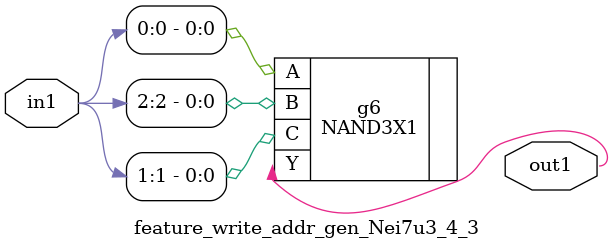
<source format=v>
`timescale 1ps / 1ps


module feature_write_addr_gen_Nei7u3_4_3(in1, out1);
  input [2:0] in1;
  output out1;
  wire [2:0] in1;
  wire out1;
  NAND3X1 g6(.A (in1[0]), .B (in1[2]), .C (in1[1]), .Y (out1));
endmodule



</source>
